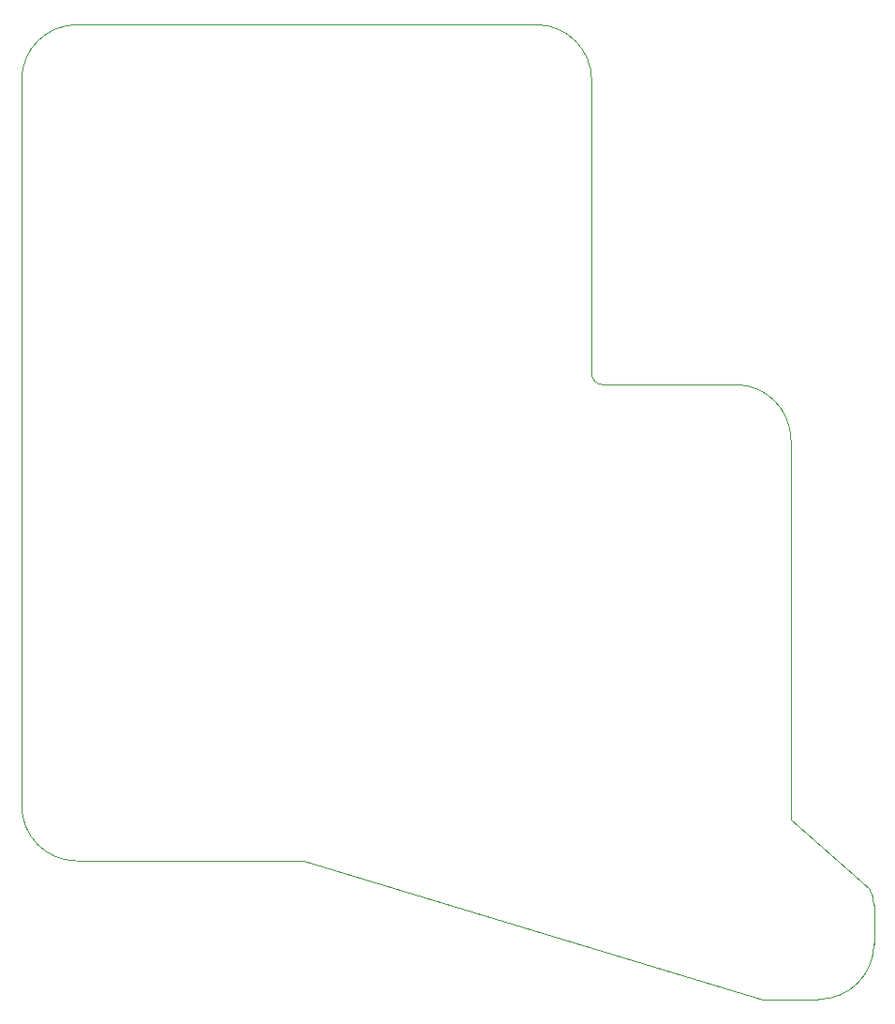
<source format=gbr>
G04 #@! TF.GenerationSoftware,KiCad,Pcbnew,(6.0.2)*
G04 #@! TF.CreationDate,2022-03-15T14:10:59+03:00*
G04 #@! TF.ProjectId,kinesis-thumb-pcb,6b696e65-7369-4732-9d74-68756d622d70,rev?*
G04 #@! TF.SameCoordinates,Original*
G04 #@! TF.FileFunction,Profile,NP*
%FSLAX46Y46*%
G04 Gerber Fmt 4.6, Leading zero omitted, Abs format (unit mm)*
G04 Created by KiCad (PCBNEW (6.0.2)) date 2022-03-15 14:10:59*
%MOMM*%
%LPD*%
G01*
G04 APERTURE LIST*
G04 #@! TA.AperFunction,Profile*
%ADD10C,0.050000*%
G04 #@! TD*
G04 APERTURE END LIST*
D10*
X191000000Y-101500000D02*
X232500000Y-114000000D01*
X235000000Y-97790000D02*
X242102333Y-104007398D01*
X170500000Y-26000000D02*
X212000000Y-26000000D01*
X165500000Y-31000000D02*
X165500000Y-96500000D01*
X217000000Y-57500000D02*
G75*
G03*
X218000000Y-58500000I999999J-1D01*
G01*
X217000000Y-31000000D02*
X217000000Y-57500000D01*
X218000000Y-58500000D02*
X230000000Y-58500000D01*
X235000000Y-63500000D02*
X235000000Y-97790000D01*
X235000000Y-63500000D02*
G75*
G03*
X230000000Y-58500000I-5000000J0D01*
G01*
X170500000Y-26000000D02*
G75*
G03*
X165500000Y-31000000I0J-5000000D01*
G01*
X165500000Y-96500000D02*
G75*
G03*
X170500000Y-101500000I5000000J0D01*
G01*
X237500000Y-114000000D02*
G75*
G03*
X242500000Y-109000000I0J5000000D01*
G01*
X242500000Y-105500000D02*
G75*
G03*
X242102333Y-104007398I-2999998J0D01*
G01*
X237500000Y-114000000D02*
X232500000Y-114000000D01*
X242500000Y-109000000D02*
X242500000Y-105500000D01*
X170500000Y-101500000D02*
X191000000Y-101500000D01*
X217000000Y-31000000D02*
G75*
G03*
X212000000Y-26000000I-5000000J0D01*
G01*
M02*

</source>
